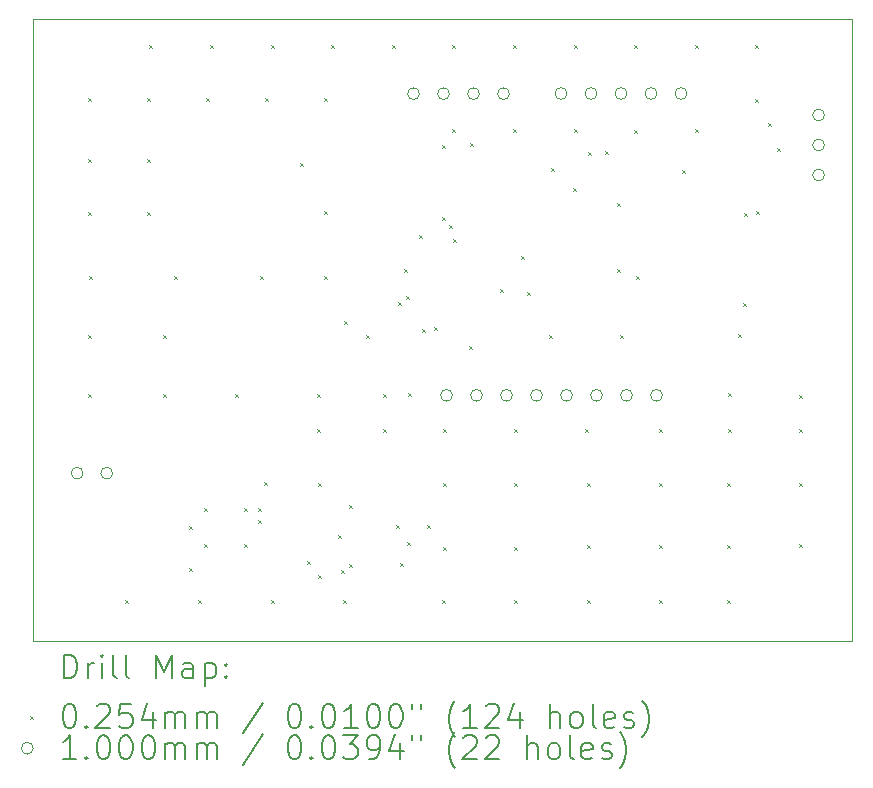
<source format=gbr>
%TF.GenerationSoftware,KiCad,Pcbnew,9.0.0*%
%TF.CreationDate,2025-04-30T01:11:54-03:00*%
%TF.ProjectId,hw_rfid,68775f72-6669-4642-9e6b-696361645f70,rev?*%
%TF.SameCoordinates,Original*%
%TF.FileFunction,Drillmap*%
%TF.FilePolarity,Positive*%
%FSLAX45Y45*%
G04 Gerber Fmt 4.5, Leading zero omitted, Abs format (unit mm)*
G04 Created by KiCad (PCBNEW 9.0.0) date 2025-04-30 01:11:54*
%MOMM*%
%LPD*%
G01*
G04 APERTURE LIST*
%ADD10C,0.050000*%
%ADD11C,0.200000*%
%ADD12C,0.100000*%
G04 APERTURE END LIST*
D10*
X7525000Y-7315000D02*
X14455000Y-7315000D01*
X14455000Y-12582500D01*
X7525000Y-12582500D01*
X7525000Y-7315000D01*
D11*
D12*
X7982300Y-10492300D02*
X8007700Y-10517700D01*
X8007700Y-10492300D02*
X7982300Y-10517700D01*
X7987300Y-7982300D02*
X8012700Y-8007700D01*
X8012700Y-7982300D02*
X7987300Y-8007700D01*
X7987300Y-8497300D02*
X8012700Y-8522700D01*
X8012700Y-8497300D02*
X7987300Y-8522700D01*
X7987300Y-8947300D02*
X8012700Y-8972700D01*
X8012700Y-8947300D02*
X7987300Y-8972700D01*
X7987300Y-9992300D02*
X8012700Y-10017700D01*
X8012700Y-9992300D02*
X7987300Y-10017700D01*
X7992300Y-9487300D02*
X8017700Y-9512700D01*
X8017700Y-9487300D02*
X7992300Y-9512700D01*
X8302300Y-12232300D02*
X8327700Y-12257700D01*
X8327700Y-12232300D02*
X8302300Y-12257700D01*
X8487300Y-7982300D02*
X8512700Y-8007700D01*
X8512700Y-7982300D02*
X8487300Y-8007700D01*
X8487300Y-8497300D02*
X8512700Y-8522700D01*
X8512700Y-8497300D02*
X8487300Y-8522700D01*
X8487300Y-8947300D02*
X8512700Y-8972700D01*
X8512700Y-8947300D02*
X8487300Y-8972700D01*
X8505482Y-7537300D02*
X8530882Y-7562700D01*
X8530882Y-7537300D02*
X8505482Y-7562700D01*
X8617300Y-9992300D02*
X8642700Y-10017700D01*
X8642700Y-9992300D02*
X8617300Y-10017700D01*
X8617300Y-10492300D02*
X8642700Y-10517700D01*
X8642700Y-10492300D02*
X8617300Y-10517700D01*
X8717300Y-9487300D02*
X8742700Y-9512700D01*
X8742700Y-9487300D02*
X8717300Y-9512700D01*
X8842300Y-11609800D02*
X8867700Y-11635200D01*
X8867700Y-11609800D02*
X8842300Y-11635200D01*
X8842300Y-11964800D02*
X8867700Y-11990200D01*
X8867700Y-11964800D02*
X8842300Y-11990200D01*
X8914300Y-12232300D02*
X8939700Y-12257700D01*
X8939700Y-12232300D02*
X8914300Y-12257700D01*
X8972300Y-11457300D02*
X8997700Y-11482700D01*
X8997700Y-11457300D02*
X8972300Y-11482700D01*
X8972300Y-11762300D02*
X8997700Y-11787700D01*
X8997700Y-11762300D02*
X8972300Y-11787700D01*
X8987300Y-7982300D02*
X9012700Y-8007700D01*
X9012700Y-7982300D02*
X8987300Y-8007700D01*
X9018664Y-7537300D02*
X9044064Y-7562700D01*
X9044064Y-7537300D02*
X9018664Y-7562700D01*
X9234800Y-10492300D02*
X9260200Y-10517700D01*
X9260200Y-10492300D02*
X9234800Y-10517700D01*
X9307300Y-11457300D02*
X9332700Y-11482700D01*
X9332700Y-11457300D02*
X9307300Y-11482700D01*
X9307300Y-11762300D02*
X9332700Y-11787700D01*
X9332700Y-11762300D02*
X9307300Y-11787700D01*
X9422300Y-11457300D02*
X9447700Y-11482700D01*
X9447700Y-11457300D02*
X9422300Y-11482700D01*
X9422300Y-11559800D02*
X9447700Y-11585200D01*
X9447700Y-11559800D02*
X9422300Y-11585200D01*
X9442300Y-9487300D02*
X9467700Y-9512700D01*
X9467700Y-9487300D02*
X9442300Y-9512700D01*
X9477300Y-11237300D02*
X9502700Y-11262700D01*
X9502700Y-11237300D02*
X9477300Y-11262700D01*
X9487300Y-7982300D02*
X9512700Y-8007700D01*
X9512700Y-7982300D02*
X9487300Y-8007700D01*
X9531846Y-7537300D02*
X9557246Y-7562700D01*
X9557246Y-7537300D02*
X9531846Y-7562700D01*
X9534800Y-12232300D02*
X9560200Y-12257700D01*
X9560200Y-12232300D02*
X9534800Y-12257700D01*
X9777300Y-8534800D02*
X9802700Y-8560200D01*
X9802700Y-8534800D02*
X9777300Y-8560200D01*
X9844800Y-11902300D02*
X9870200Y-11927700D01*
X9870200Y-11902300D02*
X9844800Y-11927700D01*
X9922300Y-10492300D02*
X9947700Y-10517700D01*
X9947700Y-10492300D02*
X9922300Y-10517700D01*
X9922300Y-10787300D02*
X9947700Y-10812700D01*
X9947700Y-10787300D02*
X9922300Y-10812700D01*
X9932300Y-11242300D02*
X9957700Y-11267700D01*
X9957700Y-11242300D02*
X9932300Y-11267700D01*
X9934800Y-12019800D02*
X9960200Y-12045200D01*
X9960200Y-12019800D02*
X9934800Y-12045200D01*
X9984800Y-9487300D02*
X10010200Y-9512700D01*
X10010200Y-9487300D02*
X9984800Y-9512700D01*
X9987300Y-7982300D02*
X10012700Y-8007700D01*
X10012700Y-7982300D02*
X9987300Y-8007700D01*
X9987300Y-8944061D02*
X10012700Y-8969461D01*
X10012700Y-8944061D02*
X9987300Y-8969461D01*
X10045027Y-7537300D02*
X10070427Y-7562700D01*
X10070427Y-7537300D02*
X10045027Y-7562700D01*
X10102300Y-11681460D02*
X10127700Y-11706860D01*
X10127700Y-11681460D02*
X10102300Y-11706860D01*
X10124800Y-11982300D02*
X10150200Y-12007700D01*
X10150200Y-11982300D02*
X10124800Y-12007700D01*
X10142300Y-12232300D02*
X10167700Y-12257700D01*
X10167700Y-12232300D02*
X10142300Y-12257700D01*
X10149800Y-9872300D02*
X10175200Y-9897700D01*
X10175200Y-9872300D02*
X10149800Y-9897700D01*
X10194800Y-11427300D02*
X10220200Y-11452700D01*
X10220200Y-11427300D02*
X10194800Y-11452700D01*
X10197300Y-11925070D02*
X10222700Y-11950470D01*
X10222700Y-11925070D02*
X10197300Y-11950470D01*
X10337300Y-9992300D02*
X10362700Y-10017700D01*
X10362700Y-9992300D02*
X10337300Y-10017700D01*
X10487300Y-10492300D02*
X10512700Y-10517700D01*
X10512700Y-10492300D02*
X10487300Y-10517700D01*
X10487300Y-10787300D02*
X10512700Y-10812700D01*
X10512700Y-10787300D02*
X10487300Y-10812700D01*
X10558209Y-7537300D02*
X10583609Y-7562700D01*
X10583609Y-7537300D02*
X10558209Y-7562700D01*
X10592300Y-11602300D02*
X10617700Y-11627700D01*
X10617700Y-11602300D02*
X10592300Y-11627700D01*
X10612300Y-9712300D02*
X10637700Y-9737700D01*
X10637700Y-9712300D02*
X10612300Y-9737700D01*
X10627300Y-11917300D02*
X10652700Y-11942700D01*
X10652700Y-11917300D02*
X10627300Y-11942700D01*
X10664800Y-9429800D02*
X10690200Y-9455200D01*
X10690200Y-9429800D02*
X10664800Y-9455200D01*
X10679800Y-9656420D02*
X10705200Y-9681820D01*
X10705200Y-9656420D02*
X10679800Y-9681820D01*
X10687300Y-11740680D02*
X10712700Y-11766080D01*
X10712700Y-11740680D02*
X10687300Y-11766080D01*
X10694800Y-10484800D02*
X10720200Y-10510200D01*
X10720200Y-10484800D02*
X10694800Y-10510200D01*
X10787300Y-9147300D02*
X10812700Y-9172700D01*
X10812700Y-9147300D02*
X10787300Y-9172700D01*
X10817300Y-9937300D02*
X10842700Y-9962700D01*
X10842700Y-9937300D02*
X10817300Y-9962700D01*
X10859800Y-11602300D02*
X10885200Y-11627700D01*
X10885200Y-11602300D02*
X10859800Y-11627700D01*
X10917300Y-9922300D02*
X10942700Y-9947700D01*
X10942700Y-9922300D02*
X10917300Y-9947700D01*
X10982300Y-8989800D02*
X11007700Y-9015200D01*
X11007700Y-8989800D02*
X10982300Y-9015200D01*
X10982300Y-12232300D02*
X11007700Y-12257700D01*
X11007700Y-12232300D02*
X10982300Y-12257700D01*
X10987300Y-8384800D02*
X11012700Y-8410200D01*
X11012700Y-8384800D02*
X10987300Y-8410200D01*
X10989800Y-11242300D02*
X11015200Y-11267700D01*
X11015200Y-11242300D02*
X10989800Y-11267700D01*
X10989800Y-11782300D02*
X11015200Y-11807700D01*
X11015200Y-11782300D02*
X10989800Y-11807700D01*
X10992300Y-10787300D02*
X11017700Y-10812700D01*
X11017700Y-10787300D02*
X10992300Y-10812700D01*
X11043063Y-9059037D02*
X11068463Y-9084437D01*
X11068463Y-9059037D02*
X11043063Y-9084437D01*
X11071391Y-7537300D02*
X11096791Y-7562700D01*
X11096791Y-7537300D02*
X11071391Y-7562700D01*
X11071391Y-8244800D02*
X11096791Y-8270200D01*
X11096791Y-8244800D02*
X11071391Y-8270200D01*
X11079800Y-9174800D02*
X11105200Y-9200200D01*
X11105200Y-9174800D02*
X11079800Y-9200200D01*
X11212300Y-10087300D02*
X11237700Y-10112700D01*
X11237700Y-10087300D02*
X11212300Y-10112700D01*
X11222300Y-8364800D02*
X11247700Y-8390200D01*
X11247700Y-8364800D02*
X11222300Y-8390200D01*
X11477300Y-9602300D02*
X11502700Y-9627700D01*
X11502700Y-9602300D02*
X11477300Y-9627700D01*
X11584573Y-7537300D02*
X11609973Y-7562700D01*
X11609973Y-7537300D02*
X11584573Y-7562700D01*
X11584573Y-8244800D02*
X11609973Y-8270200D01*
X11609973Y-8244800D02*
X11584573Y-8270200D01*
X11594300Y-10787300D02*
X11619700Y-10812700D01*
X11619700Y-10787300D02*
X11594300Y-10812700D01*
X11594300Y-11242300D02*
X11619700Y-11267700D01*
X11619700Y-11242300D02*
X11594300Y-11267700D01*
X11594300Y-11782300D02*
X11619700Y-11807700D01*
X11619700Y-11782300D02*
X11594300Y-11807700D01*
X11594300Y-12232300D02*
X11619700Y-12257700D01*
X11619700Y-12232300D02*
X11594300Y-12257700D01*
X11652300Y-9317300D02*
X11677700Y-9342700D01*
X11677700Y-9317300D02*
X11652300Y-9342700D01*
X11699800Y-9624800D02*
X11725200Y-9650200D01*
X11725200Y-9624800D02*
X11699800Y-9650200D01*
X11892300Y-9987300D02*
X11917700Y-10012700D01*
X11917700Y-9987300D02*
X11892300Y-10012700D01*
X11908920Y-8576537D02*
X11934320Y-8601937D01*
X11934320Y-8576537D02*
X11908920Y-8601937D01*
X12094800Y-8747300D02*
X12120200Y-8772700D01*
X12120200Y-8747300D02*
X12094800Y-8772700D01*
X12104800Y-7537300D02*
X12130200Y-7562700D01*
X12130200Y-7537300D02*
X12104800Y-7562700D01*
X12104800Y-8244800D02*
X12130200Y-8270200D01*
X12130200Y-8244800D02*
X12104800Y-8270200D01*
X12196300Y-10787300D02*
X12221700Y-10812700D01*
X12221700Y-10787300D02*
X12196300Y-10812700D01*
X12214800Y-11242300D02*
X12240200Y-11267700D01*
X12240200Y-11242300D02*
X12214800Y-11267700D01*
X12214800Y-11764800D02*
X12240200Y-11790200D01*
X12240200Y-11764800D02*
X12214800Y-11790200D01*
X12214800Y-12232300D02*
X12240200Y-12257700D01*
X12240200Y-12232300D02*
X12214800Y-12257700D01*
X12222300Y-8439800D02*
X12247700Y-8465200D01*
X12247700Y-8439800D02*
X12222300Y-8465200D01*
X12359800Y-8432300D02*
X12385200Y-8457700D01*
X12385200Y-8432300D02*
X12359800Y-8457700D01*
X12464800Y-9434800D02*
X12490200Y-9460200D01*
X12490200Y-9434800D02*
X12464800Y-9460200D01*
X12469300Y-8872800D02*
X12494700Y-8898200D01*
X12494700Y-8872800D02*
X12469300Y-8898200D01*
X12492300Y-9987300D02*
X12517700Y-10012700D01*
X12517700Y-9987300D02*
X12492300Y-10012700D01*
X12610936Y-7537300D02*
X12636336Y-7562700D01*
X12636336Y-7537300D02*
X12610936Y-7562700D01*
X12610936Y-8252300D02*
X12636336Y-8277700D01*
X12636336Y-8252300D02*
X12610936Y-8277700D01*
X12622464Y-9492602D02*
X12647864Y-9518002D01*
X12647864Y-9492602D02*
X12622464Y-9518002D01*
X12822300Y-10787300D02*
X12847700Y-10812700D01*
X12847700Y-10787300D02*
X12822300Y-10812700D01*
X12822300Y-11242300D02*
X12847700Y-11267700D01*
X12847700Y-11242300D02*
X12822300Y-11267700D01*
X12822300Y-11767300D02*
X12847700Y-11792700D01*
X12847700Y-11767300D02*
X12822300Y-11792700D01*
X12822300Y-12232300D02*
X12847700Y-12257700D01*
X12847700Y-12232300D02*
X12822300Y-12257700D01*
X13012300Y-8592300D02*
X13037700Y-8617700D01*
X13037700Y-8592300D02*
X13012300Y-8617700D01*
X13124118Y-7537300D02*
X13149518Y-7562700D01*
X13149518Y-7537300D02*
X13124118Y-7562700D01*
X13124118Y-8249800D02*
X13149518Y-8275200D01*
X13149518Y-8249800D02*
X13124118Y-8275200D01*
X13400300Y-11242300D02*
X13425700Y-11267700D01*
X13425700Y-11242300D02*
X13400300Y-11267700D01*
X13400300Y-11764800D02*
X13425700Y-11790200D01*
X13425700Y-11764800D02*
X13400300Y-11790200D01*
X13400300Y-12232300D02*
X13425700Y-12257700D01*
X13425700Y-12232300D02*
X13400300Y-12257700D01*
X13402300Y-10477300D02*
X13427700Y-10502700D01*
X13427700Y-10477300D02*
X13402300Y-10502700D01*
X13402300Y-10787300D02*
X13427700Y-10812700D01*
X13427700Y-10787300D02*
X13402300Y-10812700D01*
X13492300Y-9982300D02*
X13517700Y-10007700D01*
X13517700Y-9982300D02*
X13492300Y-10007700D01*
X13532300Y-9719800D02*
X13557700Y-9745200D01*
X13557700Y-9719800D02*
X13532300Y-9745200D01*
X13542300Y-8959800D02*
X13567700Y-8985200D01*
X13567700Y-8959800D02*
X13542300Y-8985200D01*
X13637300Y-7537300D02*
X13662700Y-7562700D01*
X13662700Y-7537300D02*
X13637300Y-7562700D01*
X13637300Y-7992300D02*
X13662700Y-8017700D01*
X13662700Y-7992300D02*
X13637300Y-8017700D01*
X13641858Y-8944061D02*
X13667258Y-8969461D01*
X13667258Y-8944061D02*
X13641858Y-8969461D01*
X13739800Y-8194800D02*
X13765200Y-8220200D01*
X13765200Y-8194800D02*
X13739800Y-8220200D01*
X13822300Y-8407300D02*
X13847700Y-8432700D01*
X13847700Y-8407300D02*
X13822300Y-8432700D01*
X14007300Y-10497300D02*
X14032700Y-10522700D01*
X14032700Y-10497300D02*
X14007300Y-10522700D01*
X14007300Y-10787300D02*
X14032700Y-10812700D01*
X14032700Y-10787300D02*
X14007300Y-10812700D01*
X14007300Y-11242300D02*
X14032700Y-11267700D01*
X14032700Y-11242300D02*
X14007300Y-11267700D01*
X14007300Y-11759800D02*
X14032700Y-11785200D01*
X14032700Y-11759800D02*
X14007300Y-11785200D01*
X7945000Y-11160000D02*
G75*
G02*
X7845000Y-11160000I-50000J0D01*
G01*
X7845000Y-11160000D02*
G75*
G02*
X7945000Y-11160000I50000J0D01*
G01*
X8195000Y-11160000D02*
G75*
G02*
X8095000Y-11160000I-50000J0D01*
G01*
X8095000Y-11160000D02*
G75*
G02*
X8195000Y-11160000I50000J0D01*
G01*
X10792500Y-7947500D02*
G75*
G02*
X10692500Y-7947500I-50000J0D01*
G01*
X10692500Y-7947500D02*
G75*
G02*
X10792500Y-7947500I50000J0D01*
G01*
X11046500Y-7947500D02*
G75*
G02*
X10946500Y-7947500I-50000J0D01*
G01*
X10946500Y-7947500D02*
G75*
G02*
X11046500Y-7947500I50000J0D01*
G01*
X11072000Y-10500000D02*
G75*
G02*
X10972000Y-10500000I-50000J0D01*
G01*
X10972000Y-10500000D02*
G75*
G02*
X11072000Y-10500000I50000J0D01*
G01*
X11300500Y-7947500D02*
G75*
G02*
X11200500Y-7947500I-50000J0D01*
G01*
X11200500Y-7947500D02*
G75*
G02*
X11300500Y-7947500I50000J0D01*
G01*
X11326000Y-10500000D02*
G75*
G02*
X11226000Y-10500000I-50000J0D01*
G01*
X11226000Y-10500000D02*
G75*
G02*
X11326000Y-10500000I50000J0D01*
G01*
X11554500Y-7947500D02*
G75*
G02*
X11454500Y-7947500I-50000J0D01*
G01*
X11454500Y-7947500D02*
G75*
G02*
X11554500Y-7947500I50000J0D01*
G01*
X11580000Y-10500000D02*
G75*
G02*
X11480000Y-10500000I-50000J0D01*
G01*
X11480000Y-10500000D02*
G75*
G02*
X11580000Y-10500000I50000J0D01*
G01*
X11834000Y-10500000D02*
G75*
G02*
X11734000Y-10500000I-50000J0D01*
G01*
X11734000Y-10500000D02*
G75*
G02*
X11834000Y-10500000I50000J0D01*
G01*
X12041000Y-7945000D02*
G75*
G02*
X11941000Y-7945000I-50000J0D01*
G01*
X11941000Y-7945000D02*
G75*
G02*
X12041000Y-7945000I50000J0D01*
G01*
X12088000Y-10500000D02*
G75*
G02*
X11988000Y-10500000I-50000J0D01*
G01*
X11988000Y-10500000D02*
G75*
G02*
X12088000Y-10500000I50000J0D01*
G01*
X12295000Y-7945000D02*
G75*
G02*
X12195000Y-7945000I-50000J0D01*
G01*
X12195000Y-7945000D02*
G75*
G02*
X12295000Y-7945000I50000J0D01*
G01*
X12342000Y-10500000D02*
G75*
G02*
X12242000Y-10500000I-50000J0D01*
G01*
X12242000Y-10500000D02*
G75*
G02*
X12342000Y-10500000I50000J0D01*
G01*
X12549000Y-7945000D02*
G75*
G02*
X12449000Y-7945000I-50000J0D01*
G01*
X12449000Y-7945000D02*
G75*
G02*
X12549000Y-7945000I50000J0D01*
G01*
X12596000Y-10500000D02*
G75*
G02*
X12496000Y-10500000I-50000J0D01*
G01*
X12496000Y-10500000D02*
G75*
G02*
X12596000Y-10500000I50000J0D01*
G01*
X12803000Y-7945000D02*
G75*
G02*
X12703000Y-7945000I-50000J0D01*
G01*
X12703000Y-7945000D02*
G75*
G02*
X12803000Y-7945000I50000J0D01*
G01*
X12850000Y-10500000D02*
G75*
G02*
X12750000Y-10500000I-50000J0D01*
G01*
X12750000Y-10500000D02*
G75*
G02*
X12850000Y-10500000I50000J0D01*
G01*
X13057000Y-7945000D02*
G75*
G02*
X12957000Y-7945000I-50000J0D01*
G01*
X12957000Y-7945000D02*
G75*
G02*
X13057000Y-7945000I50000J0D01*
G01*
X14222500Y-8127675D02*
G75*
G02*
X14122500Y-8127675I-50000J0D01*
G01*
X14122500Y-8127675D02*
G75*
G02*
X14222500Y-8127675I50000J0D01*
G01*
X14222500Y-8381675D02*
G75*
G02*
X14122500Y-8381675I-50000J0D01*
G01*
X14122500Y-8381675D02*
G75*
G02*
X14222500Y-8381675I50000J0D01*
G01*
X14222500Y-8635675D02*
G75*
G02*
X14122500Y-8635675I-50000J0D01*
G01*
X14122500Y-8635675D02*
G75*
G02*
X14222500Y-8635675I50000J0D01*
G01*
D11*
X7783277Y-12896484D02*
X7783277Y-12696484D01*
X7783277Y-12696484D02*
X7830896Y-12696484D01*
X7830896Y-12696484D02*
X7859467Y-12706008D01*
X7859467Y-12706008D02*
X7878515Y-12725055D01*
X7878515Y-12725055D02*
X7888039Y-12744103D01*
X7888039Y-12744103D02*
X7897562Y-12782198D01*
X7897562Y-12782198D02*
X7897562Y-12810769D01*
X7897562Y-12810769D02*
X7888039Y-12848865D01*
X7888039Y-12848865D02*
X7878515Y-12867912D01*
X7878515Y-12867912D02*
X7859467Y-12886960D01*
X7859467Y-12886960D02*
X7830896Y-12896484D01*
X7830896Y-12896484D02*
X7783277Y-12896484D01*
X7983277Y-12896484D02*
X7983277Y-12763150D01*
X7983277Y-12801246D02*
X7992801Y-12782198D01*
X7992801Y-12782198D02*
X8002324Y-12772674D01*
X8002324Y-12772674D02*
X8021372Y-12763150D01*
X8021372Y-12763150D02*
X8040420Y-12763150D01*
X8107086Y-12896484D02*
X8107086Y-12763150D01*
X8107086Y-12696484D02*
X8097562Y-12706008D01*
X8097562Y-12706008D02*
X8107086Y-12715531D01*
X8107086Y-12715531D02*
X8116610Y-12706008D01*
X8116610Y-12706008D02*
X8107086Y-12696484D01*
X8107086Y-12696484D02*
X8107086Y-12715531D01*
X8230896Y-12896484D02*
X8211848Y-12886960D01*
X8211848Y-12886960D02*
X8202324Y-12867912D01*
X8202324Y-12867912D02*
X8202324Y-12696484D01*
X8335658Y-12896484D02*
X8316610Y-12886960D01*
X8316610Y-12886960D02*
X8307086Y-12867912D01*
X8307086Y-12867912D02*
X8307086Y-12696484D01*
X8564229Y-12896484D02*
X8564229Y-12696484D01*
X8564229Y-12696484D02*
X8630896Y-12839341D01*
X8630896Y-12839341D02*
X8697563Y-12696484D01*
X8697563Y-12696484D02*
X8697563Y-12896484D01*
X8878515Y-12896484D02*
X8878515Y-12791722D01*
X8878515Y-12791722D02*
X8868991Y-12772674D01*
X8868991Y-12772674D02*
X8849944Y-12763150D01*
X8849944Y-12763150D02*
X8811848Y-12763150D01*
X8811848Y-12763150D02*
X8792801Y-12772674D01*
X8878515Y-12886960D02*
X8859467Y-12896484D01*
X8859467Y-12896484D02*
X8811848Y-12896484D01*
X8811848Y-12896484D02*
X8792801Y-12886960D01*
X8792801Y-12886960D02*
X8783277Y-12867912D01*
X8783277Y-12867912D02*
X8783277Y-12848865D01*
X8783277Y-12848865D02*
X8792801Y-12829817D01*
X8792801Y-12829817D02*
X8811848Y-12820293D01*
X8811848Y-12820293D02*
X8859467Y-12820293D01*
X8859467Y-12820293D02*
X8878515Y-12810769D01*
X8973753Y-12763150D02*
X8973753Y-12963150D01*
X8973753Y-12772674D02*
X8992801Y-12763150D01*
X8992801Y-12763150D02*
X9030896Y-12763150D01*
X9030896Y-12763150D02*
X9049944Y-12772674D01*
X9049944Y-12772674D02*
X9059467Y-12782198D01*
X9059467Y-12782198D02*
X9068991Y-12801246D01*
X9068991Y-12801246D02*
X9068991Y-12858388D01*
X9068991Y-12858388D02*
X9059467Y-12877436D01*
X9059467Y-12877436D02*
X9049944Y-12886960D01*
X9049944Y-12886960D02*
X9030896Y-12896484D01*
X9030896Y-12896484D02*
X8992801Y-12896484D01*
X8992801Y-12896484D02*
X8973753Y-12886960D01*
X9154705Y-12877436D02*
X9164229Y-12886960D01*
X9164229Y-12886960D02*
X9154705Y-12896484D01*
X9154705Y-12896484D02*
X9145182Y-12886960D01*
X9145182Y-12886960D02*
X9154705Y-12877436D01*
X9154705Y-12877436D02*
X9154705Y-12896484D01*
X9154705Y-12772674D02*
X9164229Y-12782198D01*
X9164229Y-12782198D02*
X9154705Y-12791722D01*
X9154705Y-12791722D02*
X9145182Y-12782198D01*
X9145182Y-12782198D02*
X9154705Y-12772674D01*
X9154705Y-12772674D02*
X9154705Y-12791722D01*
D12*
X7497100Y-13212300D02*
X7522500Y-13237700D01*
X7522500Y-13212300D02*
X7497100Y-13237700D01*
D11*
X7821372Y-13116484D02*
X7840420Y-13116484D01*
X7840420Y-13116484D02*
X7859467Y-13126008D01*
X7859467Y-13126008D02*
X7868991Y-13135531D01*
X7868991Y-13135531D02*
X7878515Y-13154579D01*
X7878515Y-13154579D02*
X7888039Y-13192674D01*
X7888039Y-13192674D02*
X7888039Y-13240293D01*
X7888039Y-13240293D02*
X7878515Y-13278388D01*
X7878515Y-13278388D02*
X7868991Y-13297436D01*
X7868991Y-13297436D02*
X7859467Y-13306960D01*
X7859467Y-13306960D02*
X7840420Y-13316484D01*
X7840420Y-13316484D02*
X7821372Y-13316484D01*
X7821372Y-13316484D02*
X7802324Y-13306960D01*
X7802324Y-13306960D02*
X7792801Y-13297436D01*
X7792801Y-13297436D02*
X7783277Y-13278388D01*
X7783277Y-13278388D02*
X7773753Y-13240293D01*
X7773753Y-13240293D02*
X7773753Y-13192674D01*
X7773753Y-13192674D02*
X7783277Y-13154579D01*
X7783277Y-13154579D02*
X7792801Y-13135531D01*
X7792801Y-13135531D02*
X7802324Y-13126008D01*
X7802324Y-13126008D02*
X7821372Y-13116484D01*
X7973753Y-13297436D02*
X7983277Y-13306960D01*
X7983277Y-13306960D02*
X7973753Y-13316484D01*
X7973753Y-13316484D02*
X7964229Y-13306960D01*
X7964229Y-13306960D02*
X7973753Y-13297436D01*
X7973753Y-13297436D02*
X7973753Y-13316484D01*
X8059467Y-13135531D02*
X8068991Y-13126008D01*
X8068991Y-13126008D02*
X8088039Y-13116484D01*
X8088039Y-13116484D02*
X8135658Y-13116484D01*
X8135658Y-13116484D02*
X8154705Y-13126008D01*
X8154705Y-13126008D02*
X8164229Y-13135531D01*
X8164229Y-13135531D02*
X8173753Y-13154579D01*
X8173753Y-13154579D02*
X8173753Y-13173627D01*
X8173753Y-13173627D02*
X8164229Y-13202198D01*
X8164229Y-13202198D02*
X8049943Y-13316484D01*
X8049943Y-13316484D02*
X8173753Y-13316484D01*
X8354705Y-13116484D02*
X8259467Y-13116484D01*
X8259467Y-13116484D02*
X8249943Y-13211722D01*
X8249943Y-13211722D02*
X8259467Y-13202198D01*
X8259467Y-13202198D02*
X8278515Y-13192674D01*
X8278515Y-13192674D02*
X8326134Y-13192674D01*
X8326134Y-13192674D02*
X8345182Y-13202198D01*
X8345182Y-13202198D02*
X8354705Y-13211722D01*
X8354705Y-13211722D02*
X8364229Y-13230769D01*
X8364229Y-13230769D02*
X8364229Y-13278388D01*
X8364229Y-13278388D02*
X8354705Y-13297436D01*
X8354705Y-13297436D02*
X8345182Y-13306960D01*
X8345182Y-13306960D02*
X8326134Y-13316484D01*
X8326134Y-13316484D02*
X8278515Y-13316484D01*
X8278515Y-13316484D02*
X8259467Y-13306960D01*
X8259467Y-13306960D02*
X8249943Y-13297436D01*
X8535658Y-13183150D02*
X8535658Y-13316484D01*
X8488039Y-13106960D02*
X8440420Y-13249817D01*
X8440420Y-13249817D02*
X8564229Y-13249817D01*
X8640420Y-13316484D02*
X8640420Y-13183150D01*
X8640420Y-13202198D02*
X8649944Y-13192674D01*
X8649944Y-13192674D02*
X8668991Y-13183150D01*
X8668991Y-13183150D02*
X8697563Y-13183150D01*
X8697563Y-13183150D02*
X8716610Y-13192674D01*
X8716610Y-13192674D02*
X8726134Y-13211722D01*
X8726134Y-13211722D02*
X8726134Y-13316484D01*
X8726134Y-13211722D02*
X8735658Y-13192674D01*
X8735658Y-13192674D02*
X8754705Y-13183150D01*
X8754705Y-13183150D02*
X8783277Y-13183150D01*
X8783277Y-13183150D02*
X8802325Y-13192674D01*
X8802325Y-13192674D02*
X8811848Y-13211722D01*
X8811848Y-13211722D02*
X8811848Y-13316484D01*
X8907086Y-13316484D02*
X8907086Y-13183150D01*
X8907086Y-13202198D02*
X8916610Y-13192674D01*
X8916610Y-13192674D02*
X8935658Y-13183150D01*
X8935658Y-13183150D02*
X8964229Y-13183150D01*
X8964229Y-13183150D02*
X8983277Y-13192674D01*
X8983277Y-13192674D02*
X8992801Y-13211722D01*
X8992801Y-13211722D02*
X8992801Y-13316484D01*
X8992801Y-13211722D02*
X9002325Y-13192674D01*
X9002325Y-13192674D02*
X9021372Y-13183150D01*
X9021372Y-13183150D02*
X9049944Y-13183150D01*
X9049944Y-13183150D02*
X9068991Y-13192674D01*
X9068991Y-13192674D02*
X9078515Y-13211722D01*
X9078515Y-13211722D02*
X9078515Y-13316484D01*
X9468991Y-13106960D02*
X9297563Y-13364103D01*
X9726134Y-13116484D02*
X9745182Y-13116484D01*
X9745182Y-13116484D02*
X9764229Y-13126008D01*
X9764229Y-13126008D02*
X9773753Y-13135531D01*
X9773753Y-13135531D02*
X9783277Y-13154579D01*
X9783277Y-13154579D02*
X9792801Y-13192674D01*
X9792801Y-13192674D02*
X9792801Y-13240293D01*
X9792801Y-13240293D02*
X9783277Y-13278388D01*
X9783277Y-13278388D02*
X9773753Y-13297436D01*
X9773753Y-13297436D02*
X9764229Y-13306960D01*
X9764229Y-13306960D02*
X9745182Y-13316484D01*
X9745182Y-13316484D02*
X9726134Y-13316484D01*
X9726134Y-13316484D02*
X9707087Y-13306960D01*
X9707087Y-13306960D02*
X9697563Y-13297436D01*
X9697563Y-13297436D02*
X9688039Y-13278388D01*
X9688039Y-13278388D02*
X9678515Y-13240293D01*
X9678515Y-13240293D02*
X9678515Y-13192674D01*
X9678515Y-13192674D02*
X9688039Y-13154579D01*
X9688039Y-13154579D02*
X9697563Y-13135531D01*
X9697563Y-13135531D02*
X9707087Y-13126008D01*
X9707087Y-13126008D02*
X9726134Y-13116484D01*
X9878515Y-13297436D02*
X9888039Y-13306960D01*
X9888039Y-13306960D02*
X9878515Y-13316484D01*
X9878515Y-13316484D02*
X9868991Y-13306960D01*
X9868991Y-13306960D02*
X9878515Y-13297436D01*
X9878515Y-13297436D02*
X9878515Y-13316484D01*
X10011848Y-13116484D02*
X10030896Y-13116484D01*
X10030896Y-13116484D02*
X10049944Y-13126008D01*
X10049944Y-13126008D02*
X10059468Y-13135531D01*
X10059468Y-13135531D02*
X10068991Y-13154579D01*
X10068991Y-13154579D02*
X10078515Y-13192674D01*
X10078515Y-13192674D02*
X10078515Y-13240293D01*
X10078515Y-13240293D02*
X10068991Y-13278388D01*
X10068991Y-13278388D02*
X10059468Y-13297436D01*
X10059468Y-13297436D02*
X10049944Y-13306960D01*
X10049944Y-13306960D02*
X10030896Y-13316484D01*
X10030896Y-13316484D02*
X10011848Y-13316484D01*
X10011848Y-13316484D02*
X9992801Y-13306960D01*
X9992801Y-13306960D02*
X9983277Y-13297436D01*
X9983277Y-13297436D02*
X9973753Y-13278388D01*
X9973753Y-13278388D02*
X9964229Y-13240293D01*
X9964229Y-13240293D02*
X9964229Y-13192674D01*
X9964229Y-13192674D02*
X9973753Y-13154579D01*
X9973753Y-13154579D02*
X9983277Y-13135531D01*
X9983277Y-13135531D02*
X9992801Y-13126008D01*
X9992801Y-13126008D02*
X10011848Y-13116484D01*
X10268991Y-13316484D02*
X10154706Y-13316484D01*
X10211848Y-13316484D02*
X10211848Y-13116484D01*
X10211848Y-13116484D02*
X10192801Y-13145055D01*
X10192801Y-13145055D02*
X10173753Y-13164103D01*
X10173753Y-13164103D02*
X10154706Y-13173627D01*
X10392801Y-13116484D02*
X10411849Y-13116484D01*
X10411849Y-13116484D02*
X10430896Y-13126008D01*
X10430896Y-13126008D02*
X10440420Y-13135531D01*
X10440420Y-13135531D02*
X10449944Y-13154579D01*
X10449944Y-13154579D02*
X10459468Y-13192674D01*
X10459468Y-13192674D02*
X10459468Y-13240293D01*
X10459468Y-13240293D02*
X10449944Y-13278388D01*
X10449944Y-13278388D02*
X10440420Y-13297436D01*
X10440420Y-13297436D02*
X10430896Y-13306960D01*
X10430896Y-13306960D02*
X10411849Y-13316484D01*
X10411849Y-13316484D02*
X10392801Y-13316484D01*
X10392801Y-13316484D02*
X10373753Y-13306960D01*
X10373753Y-13306960D02*
X10364229Y-13297436D01*
X10364229Y-13297436D02*
X10354706Y-13278388D01*
X10354706Y-13278388D02*
X10345182Y-13240293D01*
X10345182Y-13240293D02*
X10345182Y-13192674D01*
X10345182Y-13192674D02*
X10354706Y-13154579D01*
X10354706Y-13154579D02*
X10364229Y-13135531D01*
X10364229Y-13135531D02*
X10373753Y-13126008D01*
X10373753Y-13126008D02*
X10392801Y-13116484D01*
X10583277Y-13116484D02*
X10602325Y-13116484D01*
X10602325Y-13116484D02*
X10621372Y-13126008D01*
X10621372Y-13126008D02*
X10630896Y-13135531D01*
X10630896Y-13135531D02*
X10640420Y-13154579D01*
X10640420Y-13154579D02*
X10649944Y-13192674D01*
X10649944Y-13192674D02*
X10649944Y-13240293D01*
X10649944Y-13240293D02*
X10640420Y-13278388D01*
X10640420Y-13278388D02*
X10630896Y-13297436D01*
X10630896Y-13297436D02*
X10621372Y-13306960D01*
X10621372Y-13306960D02*
X10602325Y-13316484D01*
X10602325Y-13316484D02*
X10583277Y-13316484D01*
X10583277Y-13316484D02*
X10564229Y-13306960D01*
X10564229Y-13306960D02*
X10554706Y-13297436D01*
X10554706Y-13297436D02*
X10545182Y-13278388D01*
X10545182Y-13278388D02*
X10535658Y-13240293D01*
X10535658Y-13240293D02*
X10535658Y-13192674D01*
X10535658Y-13192674D02*
X10545182Y-13154579D01*
X10545182Y-13154579D02*
X10554706Y-13135531D01*
X10554706Y-13135531D02*
X10564229Y-13126008D01*
X10564229Y-13126008D02*
X10583277Y-13116484D01*
X10726134Y-13116484D02*
X10726134Y-13154579D01*
X10802325Y-13116484D02*
X10802325Y-13154579D01*
X11097563Y-13392674D02*
X11088039Y-13383150D01*
X11088039Y-13383150D02*
X11068991Y-13354579D01*
X11068991Y-13354579D02*
X11059468Y-13335531D01*
X11059468Y-13335531D02*
X11049944Y-13306960D01*
X11049944Y-13306960D02*
X11040420Y-13259341D01*
X11040420Y-13259341D02*
X11040420Y-13221246D01*
X11040420Y-13221246D02*
X11049944Y-13173627D01*
X11049944Y-13173627D02*
X11059468Y-13145055D01*
X11059468Y-13145055D02*
X11068991Y-13126008D01*
X11068991Y-13126008D02*
X11088039Y-13097436D01*
X11088039Y-13097436D02*
X11097563Y-13087912D01*
X11278515Y-13316484D02*
X11164230Y-13316484D01*
X11221372Y-13316484D02*
X11221372Y-13116484D01*
X11221372Y-13116484D02*
X11202325Y-13145055D01*
X11202325Y-13145055D02*
X11183277Y-13164103D01*
X11183277Y-13164103D02*
X11164230Y-13173627D01*
X11354706Y-13135531D02*
X11364229Y-13126008D01*
X11364229Y-13126008D02*
X11383277Y-13116484D01*
X11383277Y-13116484D02*
X11430896Y-13116484D01*
X11430896Y-13116484D02*
X11449944Y-13126008D01*
X11449944Y-13126008D02*
X11459468Y-13135531D01*
X11459468Y-13135531D02*
X11468991Y-13154579D01*
X11468991Y-13154579D02*
X11468991Y-13173627D01*
X11468991Y-13173627D02*
X11459468Y-13202198D01*
X11459468Y-13202198D02*
X11345182Y-13316484D01*
X11345182Y-13316484D02*
X11468991Y-13316484D01*
X11640420Y-13183150D02*
X11640420Y-13316484D01*
X11592801Y-13106960D02*
X11545182Y-13249817D01*
X11545182Y-13249817D02*
X11668991Y-13249817D01*
X11897563Y-13316484D02*
X11897563Y-13116484D01*
X11983277Y-13316484D02*
X11983277Y-13211722D01*
X11983277Y-13211722D02*
X11973753Y-13192674D01*
X11973753Y-13192674D02*
X11954706Y-13183150D01*
X11954706Y-13183150D02*
X11926134Y-13183150D01*
X11926134Y-13183150D02*
X11907087Y-13192674D01*
X11907087Y-13192674D02*
X11897563Y-13202198D01*
X12107087Y-13316484D02*
X12088039Y-13306960D01*
X12088039Y-13306960D02*
X12078515Y-13297436D01*
X12078515Y-13297436D02*
X12068991Y-13278388D01*
X12068991Y-13278388D02*
X12068991Y-13221246D01*
X12068991Y-13221246D02*
X12078515Y-13202198D01*
X12078515Y-13202198D02*
X12088039Y-13192674D01*
X12088039Y-13192674D02*
X12107087Y-13183150D01*
X12107087Y-13183150D02*
X12135658Y-13183150D01*
X12135658Y-13183150D02*
X12154706Y-13192674D01*
X12154706Y-13192674D02*
X12164230Y-13202198D01*
X12164230Y-13202198D02*
X12173753Y-13221246D01*
X12173753Y-13221246D02*
X12173753Y-13278388D01*
X12173753Y-13278388D02*
X12164230Y-13297436D01*
X12164230Y-13297436D02*
X12154706Y-13306960D01*
X12154706Y-13306960D02*
X12135658Y-13316484D01*
X12135658Y-13316484D02*
X12107087Y-13316484D01*
X12288039Y-13316484D02*
X12268991Y-13306960D01*
X12268991Y-13306960D02*
X12259468Y-13287912D01*
X12259468Y-13287912D02*
X12259468Y-13116484D01*
X12440420Y-13306960D02*
X12421372Y-13316484D01*
X12421372Y-13316484D02*
X12383277Y-13316484D01*
X12383277Y-13316484D02*
X12364230Y-13306960D01*
X12364230Y-13306960D02*
X12354706Y-13287912D01*
X12354706Y-13287912D02*
X12354706Y-13211722D01*
X12354706Y-13211722D02*
X12364230Y-13192674D01*
X12364230Y-13192674D02*
X12383277Y-13183150D01*
X12383277Y-13183150D02*
X12421372Y-13183150D01*
X12421372Y-13183150D02*
X12440420Y-13192674D01*
X12440420Y-13192674D02*
X12449944Y-13211722D01*
X12449944Y-13211722D02*
X12449944Y-13230769D01*
X12449944Y-13230769D02*
X12354706Y-13249817D01*
X12526134Y-13306960D02*
X12545182Y-13316484D01*
X12545182Y-13316484D02*
X12583277Y-13316484D01*
X12583277Y-13316484D02*
X12602325Y-13306960D01*
X12602325Y-13306960D02*
X12611849Y-13287912D01*
X12611849Y-13287912D02*
X12611849Y-13278388D01*
X12611849Y-13278388D02*
X12602325Y-13259341D01*
X12602325Y-13259341D02*
X12583277Y-13249817D01*
X12583277Y-13249817D02*
X12554706Y-13249817D01*
X12554706Y-13249817D02*
X12535658Y-13240293D01*
X12535658Y-13240293D02*
X12526134Y-13221246D01*
X12526134Y-13221246D02*
X12526134Y-13211722D01*
X12526134Y-13211722D02*
X12535658Y-13192674D01*
X12535658Y-13192674D02*
X12554706Y-13183150D01*
X12554706Y-13183150D02*
X12583277Y-13183150D01*
X12583277Y-13183150D02*
X12602325Y-13192674D01*
X12678515Y-13392674D02*
X12688039Y-13383150D01*
X12688039Y-13383150D02*
X12707087Y-13354579D01*
X12707087Y-13354579D02*
X12716611Y-13335531D01*
X12716611Y-13335531D02*
X12726134Y-13306960D01*
X12726134Y-13306960D02*
X12735658Y-13259341D01*
X12735658Y-13259341D02*
X12735658Y-13221246D01*
X12735658Y-13221246D02*
X12726134Y-13173627D01*
X12726134Y-13173627D02*
X12716611Y-13145055D01*
X12716611Y-13145055D02*
X12707087Y-13126008D01*
X12707087Y-13126008D02*
X12688039Y-13097436D01*
X12688039Y-13097436D02*
X12678515Y-13087912D01*
D12*
X7522500Y-13489000D02*
G75*
G02*
X7422500Y-13489000I-50000J0D01*
G01*
X7422500Y-13489000D02*
G75*
G02*
X7522500Y-13489000I50000J0D01*
G01*
D11*
X7888039Y-13580484D02*
X7773753Y-13580484D01*
X7830896Y-13580484D02*
X7830896Y-13380484D01*
X7830896Y-13380484D02*
X7811848Y-13409055D01*
X7811848Y-13409055D02*
X7792801Y-13428103D01*
X7792801Y-13428103D02*
X7773753Y-13437627D01*
X7973753Y-13561436D02*
X7983277Y-13570960D01*
X7983277Y-13570960D02*
X7973753Y-13580484D01*
X7973753Y-13580484D02*
X7964229Y-13570960D01*
X7964229Y-13570960D02*
X7973753Y-13561436D01*
X7973753Y-13561436D02*
X7973753Y-13580484D01*
X8107086Y-13380484D02*
X8126134Y-13380484D01*
X8126134Y-13380484D02*
X8145182Y-13390008D01*
X8145182Y-13390008D02*
X8154705Y-13399531D01*
X8154705Y-13399531D02*
X8164229Y-13418579D01*
X8164229Y-13418579D02*
X8173753Y-13456674D01*
X8173753Y-13456674D02*
X8173753Y-13504293D01*
X8173753Y-13504293D02*
X8164229Y-13542388D01*
X8164229Y-13542388D02*
X8154705Y-13561436D01*
X8154705Y-13561436D02*
X8145182Y-13570960D01*
X8145182Y-13570960D02*
X8126134Y-13580484D01*
X8126134Y-13580484D02*
X8107086Y-13580484D01*
X8107086Y-13580484D02*
X8088039Y-13570960D01*
X8088039Y-13570960D02*
X8078515Y-13561436D01*
X8078515Y-13561436D02*
X8068991Y-13542388D01*
X8068991Y-13542388D02*
X8059467Y-13504293D01*
X8059467Y-13504293D02*
X8059467Y-13456674D01*
X8059467Y-13456674D02*
X8068991Y-13418579D01*
X8068991Y-13418579D02*
X8078515Y-13399531D01*
X8078515Y-13399531D02*
X8088039Y-13390008D01*
X8088039Y-13390008D02*
X8107086Y-13380484D01*
X8297562Y-13380484D02*
X8316610Y-13380484D01*
X8316610Y-13380484D02*
X8335658Y-13390008D01*
X8335658Y-13390008D02*
X8345182Y-13399531D01*
X8345182Y-13399531D02*
X8354705Y-13418579D01*
X8354705Y-13418579D02*
X8364229Y-13456674D01*
X8364229Y-13456674D02*
X8364229Y-13504293D01*
X8364229Y-13504293D02*
X8354705Y-13542388D01*
X8354705Y-13542388D02*
X8345182Y-13561436D01*
X8345182Y-13561436D02*
X8335658Y-13570960D01*
X8335658Y-13570960D02*
X8316610Y-13580484D01*
X8316610Y-13580484D02*
X8297562Y-13580484D01*
X8297562Y-13580484D02*
X8278515Y-13570960D01*
X8278515Y-13570960D02*
X8268991Y-13561436D01*
X8268991Y-13561436D02*
X8259467Y-13542388D01*
X8259467Y-13542388D02*
X8249943Y-13504293D01*
X8249943Y-13504293D02*
X8249943Y-13456674D01*
X8249943Y-13456674D02*
X8259467Y-13418579D01*
X8259467Y-13418579D02*
X8268991Y-13399531D01*
X8268991Y-13399531D02*
X8278515Y-13390008D01*
X8278515Y-13390008D02*
X8297562Y-13380484D01*
X8488039Y-13380484D02*
X8507086Y-13380484D01*
X8507086Y-13380484D02*
X8526134Y-13390008D01*
X8526134Y-13390008D02*
X8535658Y-13399531D01*
X8535658Y-13399531D02*
X8545182Y-13418579D01*
X8545182Y-13418579D02*
X8554705Y-13456674D01*
X8554705Y-13456674D02*
X8554705Y-13504293D01*
X8554705Y-13504293D02*
X8545182Y-13542388D01*
X8545182Y-13542388D02*
X8535658Y-13561436D01*
X8535658Y-13561436D02*
X8526134Y-13570960D01*
X8526134Y-13570960D02*
X8507086Y-13580484D01*
X8507086Y-13580484D02*
X8488039Y-13580484D01*
X8488039Y-13580484D02*
X8468991Y-13570960D01*
X8468991Y-13570960D02*
X8459467Y-13561436D01*
X8459467Y-13561436D02*
X8449944Y-13542388D01*
X8449944Y-13542388D02*
X8440420Y-13504293D01*
X8440420Y-13504293D02*
X8440420Y-13456674D01*
X8440420Y-13456674D02*
X8449944Y-13418579D01*
X8449944Y-13418579D02*
X8459467Y-13399531D01*
X8459467Y-13399531D02*
X8468991Y-13390008D01*
X8468991Y-13390008D02*
X8488039Y-13380484D01*
X8640420Y-13580484D02*
X8640420Y-13447150D01*
X8640420Y-13466198D02*
X8649944Y-13456674D01*
X8649944Y-13456674D02*
X8668991Y-13447150D01*
X8668991Y-13447150D02*
X8697563Y-13447150D01*
X8697563Y-13447150D02*
X8716610Y-13456674D01*
X8716610Y-13456674D02*
X8726134Y-13475722D01*
X8726134Y-13475722D02*
X8726134Y-13580484D01*
X8726134Y-13475722D02*
X8735658Y-13456674D01*
X8735658Y-13456674D02*
X8754705Y-13447150D01*
X8754705Y-13447150D02*
X8783277Y-13447150D01*
X8783277Y-13447150D02*
X8802325Y-13456674D01*
X8802325Y-13456674D02*
X8811848Y-13475722D01*
X8811848Y-13475722D02*
X8811848Y-13580484D01*
X8907086Y-13580484D02*
X8907086Y-13447150D01*
X8907086Y-13466198D02*
X8916610Y-13456674D01*
X8916610Y-13456674D02*
X8935658Y-13447150D01*
X8935658Y-13447150D02*
X8964229Y-13447150D01*
X8964229Y-13447150D02*
X8983277Y-13456674D01*
X8983277Y-13456674D02*
X8992801Y-13475722D01*
X8992801Y-13475722D02*
X8992801Y-13580484D01*
X8992801Y-13475722D02*
X9002325Y-13456674D01*
X9002325Y-13456674D02*
X9021372Y-13447150D01*
X9021372Y-13447150D02*
X9049944Y-13447150D01*
X9049944Y-13447150D02*
X9068991Y-13456674D01*
X9068991Y-13456674D02*
X9078515Y-13475722D01*
X9078515Y-13475722D02*
X9078515Y-13580484D01*
X9468991Y-13370960D02*
X9297563Y-13628103D01*
X9726134Y-13380484D02*
X9745182Y-13380484D01*
X9745182Y-13380484D02*
X9764229Y-13390008D01*
X9764229Y-13390008D02*
X9773753Y-13399531D01*
X9773753Y-13399531D02*
X9783277Y-13418579D01*
X9783277Y-13418579D02*
X9792801Y-13456674D01*
X9792801Y-13456674D02*
X9792801Y-13504293D01*
X9792801Y-13504293D02*
X9783277Y-13542388D01*
X9783277Y-13542388D02*
X9773753Y-13561436D01*
X9773753Y-13561436D02*
X9764229Y-13570960D01*
X9764229Y-13570960D02*
X9745182Y-13580484D01*
X9745182Y-13580484D02*
X9726134Y-13580484D01*
X9726134Y-13580484D02*
X9707087Y-13570960D01*
X9707087Y-13570960D02*
X9697563Y-13561436D01*
X9697563Y-13561436D02*
X9688039Y-13542388D01*
X9688039Y-13542388D02*
X9678515Y-13504293D01*
X9678515Y-13504293D02*
X9678515Y-13456674D01*
X9678515Y-13456674D02*
X9688039Y-13418579D01*
X9688039Y-13418579D02*
X9697563Y-13399531D01*
X9697563Y-13399531D02*
X9707087Y-13390008D01*
X9707087Y-13390008D02*
X9726134Y-13380484D01*
X9878515Y-13561436D02*
X9888039Y-13570960D01*
X9888039Y-13570960D02*
X9878515Y-13580484D01*
X9878515Y-13580484D02*
X9868991Y-13570960D01*
X9868991Y-13570960D02*
X9878515Y-13561436D01*
X9878515Y-13561436D02*
X9878515Y-13580484D01*
X10011848Y-13380484D02*
X10030896Y-13380484D01*
X10030896Y-13380484D02*
X10049944Y-13390008D01*
X10049944Y-13390008D02*
X10059468Y-13399531D01*
X10059468Y-13399531D02*
X10068991Y-13418579D01*
X10068991Y-13418579D02*
X10078515Y-13456674D01*
X10078515Y-13456674D02*
X10078515Y-13504293D01*
X10078515Y-13504293D02*
X10068991Y-13542388D01*
X10068991Y-13542388D02*
X10059468Y-13561436D01*
X10059468Y-13561436D02*
X10049944Y-13570960D01*
X10049944Y-13570960D02*
X10030896Y-13580484D01*
X10030896Y-13580484D02*
X10011848Y-13580484D01*
X10011848Y-13580484D02*
X9992801Y-13570960D01*
X9992801Y-13570960D02*
X9983277Y-13561436D01*
X9983277Y-13561436D02*
X9973753Y-13542388D01*
X9973753Y-13542388D02*
X9964229Y-13504293D01*
X9964229Y-13504293D02*
X9964229Y-13456674D01*
X9964229Y-13456674D02*
X9973753Y-13418579D01*
X9973753Y-13418579D02*
X9983277Y-13399531D01*
X9983277Y-13399531D02*
X9992801Y-13390008D01*
X9992801Y-13390008D02*
X10011848Y-13380484D01*
X10145182Y-13380484D02*
X10268991Y-13380484D01*
X10268991Y-13380484D02*
X10202325Y-13456674D01*
X10202325Y-13456674D02*
X10230896Y-13456674D01*
X10230896Y-13456674D02*
X10249944Y-13466198D01*
X10249944Y-13466198D02*
X10259468Y-13475722D01*
X10259468Y-13475722D02*
X10268991Y-13494769D01*
X10268991Y-13494769D02*
X10268991Y-13542388D01*
X10268991Y-13542388D02*
X10259468Y-13561436D01*
X10259468Y-13561436D02*
X10249944Y-13570960D01*
X10249944Y-13570960D02*
X10230896Y-13580484D01*
X10230896Y-13580484D02*
X10173753Y-13580484D01*
X10173753Y-13580484D02*
X10154706Y-13570960D01*
X10154706Y-13570960D02*
X10145182Y-13561436D01*
X10364229Y-13580484D02*
X10402325Y-13580484D01*
X10402325Y-13580484D02*
X10421372Y-13570960D01*
X10421372Y-13570960D02*
X10430896Y-13561436D01*
X10430896Y-13561436D02*
X10449944Y-13532865D01*
X10449944Y-13532865D02*
X10459468Y-13494769D01*
X10459468Y-13494769D02*
X10459468Y-13418579D01*
X10459468Y-13418579D02*
X10449944Y-13399531D01*
X10449944Y-13399531D02*
X10440420Y-13390008D01*
X10440420Y-13390008D02*
X10421372Y-13380484D01*
X10421372Y-13380484D02*
X10383277Y-13380484D01*
X10383277Y-13380484D02*
X10364229Y-13390008D01*
X10364229Y-13390008D02*
X10354706Y-13399531D01*
X10354706Y-13399531D02*
X10345182Y-13418579D01*
X10345182Y-13418579D02*
X10345182Y-13466198D01*
X10345182Y-13466198D02*
X10354706Y-13485246D01*
X10354706Y-13485246D02*
X10364229Y-13494769D01*
X10364229Y-13494769D02*
X10383277Y-13504293D01*
X10383277Y-13504293D02*
X10421372Y-13504293D01*
X10421372Y-13504293D02*
X10440420Y-13494769D01*
X10440420Y-13494769D02*
X10449944Y-13485246D01*
X10449944Y-13485246D02*
X10459468Y-13466198D01*
X10630896Y-13447150D02*
X10630896Y-13580484D01*
X10583277Y-13370960D02*
X10535658Y-13513817D01*
X10535658Y-13513817D02*
X10659468Y-13513817D01*
X10726134Y-13380484D02*
X10726134Y-13418579D01*
X10802325Y-13380484D02*
X10802325Y-13418579D01*
X11097563Y-13656674D02*
X11088039Y-13647150D01*
X11088039Y-13647150D02*
X11068991Y-13618579D01*
X11068991Y-13618579D02*
X11059468Y-13599531D01*
X11059468Y-13599531D02*
X11049944Y-13570960D01*
X11049944Y-13570960D02*
X11040420Y-13523341D01*
X11040420Y-13523341D02*
X11040420Y-13485246D01*
X11040420Y-13485246D02*
X11049944Y-13437627D01*
X11049944Y-13437627D02*
X11059468Y-13409055D01*
X11059468Y-13409055D02*
X11068991Y-13390008D01*
X11068991Y-13390008D02*
X11088039Y-13361436D01*
X11088039Y-13361436D02*
X11097563Y-13351912D01*
X11164230Y-13399531D02*
X11173753Y-13390008D01*
X11173753Y-13390008D02*
X11192801Y-13380484D01*
X11192801Y-13380484D02*
X11240420Y-13380484D01*
X11240420Y-13380484D02*
X11259468Y-13390008D01*
X11259468Y-13390008D02*
X11268991Y-13399531D01*
X11268991Y-13399531D02*
X11278515Y-13418579D01*
X11278515Y-13418579D02*
X11278515Y-13437627D01*
X11278515Y-13437627D02*
X11268991Y-13466198D01*
X11268991Y-13466198D02*
X11154706Y-13580484D01*
X11154706Y-13580484D02*
X11278515Y-13580484D01*
X11354706Y-13399531D02*
X11364229Y-13390008D01*
X11364229Y-13390008D02*
X11383277Y-13380484D01*
X11383277Y-13380484D02*
X11430896Y-13380484D01*
X11430896Y-13380484D02*
X11449944Y-13390008D01*
X11449944Y-13390008D02*
X11459468Y-13399531D01*
X11459468Y-13399531D02*
X11468991Y-13418579D01*
X11468991Y-13418579D02*
X11468991Y-13437627D01*
X11468991Y-13437627D02*
X11459468Y-13466198D01*
X11459468Y-13466198D02*
X11345182Y-13580484D01*
X11345182Y-13580484D02*
X11468991Y-13580484D01*
X11707087Y-13580484D02*
X11707087Y-13380484D01*
X11792801Y-13580484D02*
X11792801Y-13475722D01*
X11792801Y-13475722D02*
X11783277Y-13456674D01*
X11783277Y-13456674D02*
X11764230Y-13447150D01*
X11764230Y-13447150D02*
X11735658Y-13447150D01*
X11735658Y-13447150D02*
X11716610Y-13456674D01*
X11716610Y-13456674D02*
X11707087Y-13466198D01*
X11916610Y-13580484D02*
X11897563Y-13570960D01*
X11897563Y-13570960D02*
X11888039Y-13561436D01*
X11888039Y-13561436D02*
X11878515Y-13542388D01*
X11878515Y-13542388D02*
X11878515Y-13485246D01*
X11878515Y-13485246D02*
X11888039Y-13466198D01*
X11888039Y-13466198D02*
X11897563Y-13456674D01*
X11897563Y-13456674D02*
X11916610Y-13447150D01*
X11916610Y-13447150D02*
X11945182Y-13447150D01*
X11945182Y-13447150D02*
X11964230Y-13456674D01*
X11964230Y-13456674D02*
X11973753Y-13466198D01*
X11973753Y-13466198D02*
X11983277Y-13485246D01*
X11983277Y-13485246D02*
X11983277Y-13542388D01*
X11983277Y-13542388D02*
X11973753Y-13561436D01*
X11973753Y-13561436D02*
X11964230Y-13570960D01*
X11964230Y-13570960D02*
X11945182Y-13580484D01*
X11945182Y-13580484D02*
X11916610Y-13580484D01*
X12097563Y-13580484D02*
X12078515Y-13570960D01*
X12078515Y-13570960D02*
X12068991Y-13551912D01*
X12068991Y-13551912D02*
X12068991Y-13380484D01*
X12249944Y-13570960D02*
X12230896Y-13580484D01*
X12230896Y-13580484D02*
X12192801Y-13580484D01*
X12192801Y-13580484D02*
X12173753Y-13570960D01*
X12173753Y-13570960D02*
X12164230Y-13551912D01*
X12164230Y-13551912D02*
X12164230Y-13475722D01*
X12164230Y-13475722D02*
X12173753Y-13456674D01*
X12173753Y-13456674D02*
X12192801Y-13447150D01*
X12192801Y-13447150D02*
X12230896Y-13447150D01*
X12230896Y-13447150D02*
X12249944Y-13456674D01*
X12249944Y-13456674D02*
X12259468Y-13475722D01*
X12259468Y-13475722D02*
X12259468Y-13494769D01*
X12259468Y-13494769D02*
X12164230Y-13513817D01*
X12335658Y-13570960D02*
X12354706Y-13580484D01*
X12354706Y-13580484D02*
X12392801Y-13580484D01*
X12392801Y-13580484D02*
X12411849Y-13570960D01*
X12411849Y-13570960D02*
X12421372Y-13551912D01*
X12421372Y-13551912D02*
X12421372Y-13542388D01*
X12421372Y-13542388D02*
X12411849Y-13523341D01*
X12411849Y-13523341D02*
X12392801Y-13513817D01*
X12392801Y-13513817D02*
X12364230Y-13513817D01*
X12364230Y-13513817D02*
X12345182Y-13504293D01*
X12345182Y-13504293D02*
X12335658Y-13485246D01*
X12335658Y-13485246D02*
X12335658Y-13475722D01*
X12335658Y-13475722D02*
X12345182Y-13456674D01*
X12345182Y-13456674D02*
X12364230Y-13447150D01*
X12364230Y-13447150D02*
X12392801Y-13447150D01*
X12392801Y-13447150D02*
X12411849Y-13456674D01*
X12488039Y-13656674D02*
X12497563Y-13647150D01*
X12497563Y-13647150D02*
X12516611Y-13618579D01*
X12516611Y-13618579D02*
X12526134Y-13599531D01*
X12526134Y-13599531D02*
X12535658Y-13570960D01*
X12535658Y-13570960D02*
X12545182Y-13523341D01*
X12545182Y-13523341D02*
X12545182Y-13485246D01*
X12545182Y-13485246D02*
X12535658Y-13437627D01*
X12535658Y-13437627D02*
X12526134Y-13409055D01*
X12526134Y-13409055D02*
X12516611Y-13390008D01*
X12516611Y-13390008D02*
X12497563Y-13361436D01*
X12497563Y-13361436D02*
X12488039Y-13351912D01*
M02*

</source>
